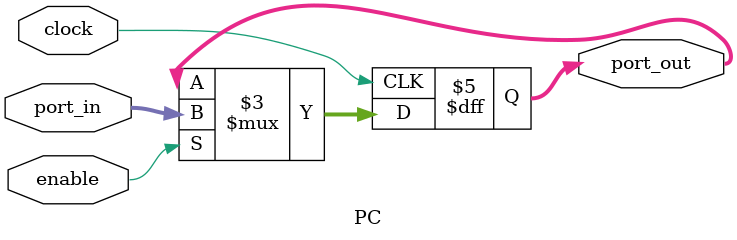
<source format=v>
module PC(
    input enable,
    input [31:0] port_in,
    input clock,
    output reg [31:0] port_out
);
initial begin
  port_out = 32'h0000_0000;
end
always @(posedge clock) begin
   if(enable) begin
     port_out <= port_in;
    end
end
endmodule

</source>
